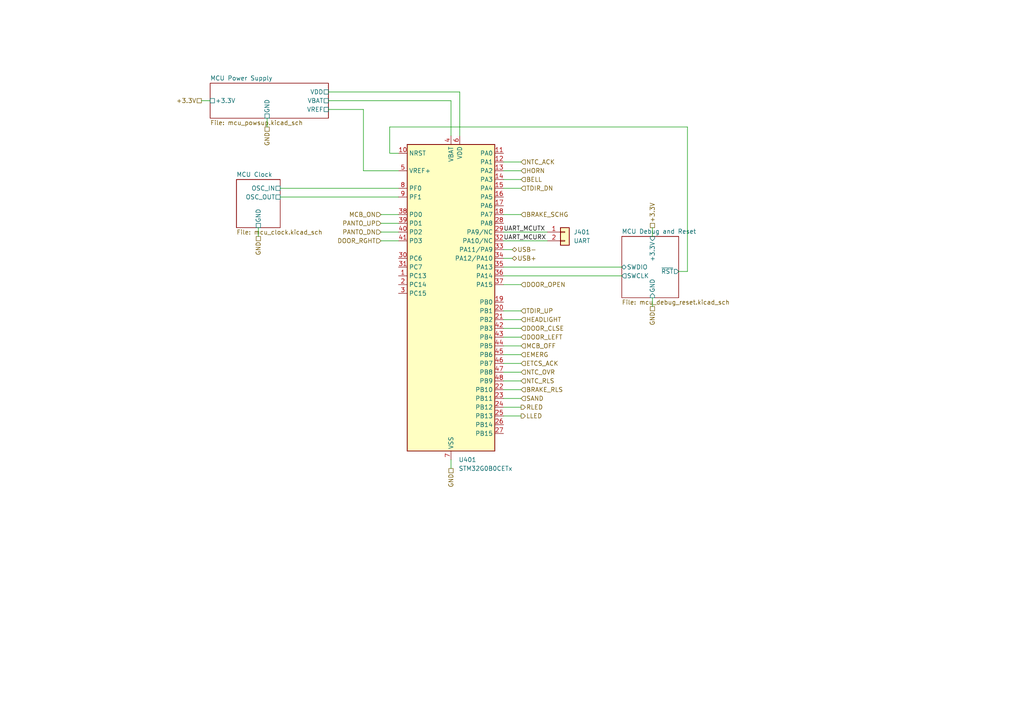
<source format=kicad_sch>
(kicad_sch (version 20231120) (generator "eeschema") (generator_version "8.0")
  (paper "A4")
  (lib_symbols
    (symbol "Connector_Generic:Conn_01x02" (pin_names (offset 1.016) hide)
      (property "Reference" "J" (at 0 2.54 0))
      (property "Value" "Conn_01x02" (at 0 -5.08 0))
      (symbol "Conn_01x02_1_1"
        (rectangle (start -1.27 -2.413) (end 0 -2.667) (stroke (width 0.1524)))
        (rectangle (start -1.27 0.127) (end 0 -0.127) (stroke (width 0.1524)))
        (rectangle (start -1.27 1.27) (end 1.27 -3.81) (stroke (width 0.254)) (fill (type background)))
        (pin passive line (at -5.08 0 0) (length 3.81) (name "Pin_1") (number "1"))
        (pin passive line (at -5.08 -2.54 0) (length 3.81) (name "Pin_2") (number "2"))
      )
    )
    (symbol "MCU_ST_STM32G0:STM32G0B0CETx"
      (property "Reference" "U" (at -12.7 46.99 0))
      (property "Value" "STM32G0B0CETx" (at 5.08 46.99 0))
      (symbol "STM32G0B0CETx_0_1"
        (rectangle (start -12.7 -43.18) (end 12.7 45.72) (stroke (width 0.254)) (fill (type background)))
      )
      (symbol "STM32G0B0CETx_1_1"
        (pin bidirectional line (at -15.24 7.62 0) (length 2.54) (name "PC13") (number "1"))
        (pin input line (at -15.24 43.18 0) (length 2.54) (name "NRST") (number "10"))
        (pin bidirectional line (at 15.24 43.18 180) (length 2.54) (name "PA0") (number "11"))
        (pin bidirectional line (at 15.24 40.64 180) (length 2.54) (name "PA1") (number "12"))
        (pin bidirectional line (at 15.24 38.1 180) (length 2.54) (name "PA2") (number "13"))
        (pin bidirectional line (at 15.24 35.56 180) (length 2.54) (name "PA3") (number "14"))
        (pin bidirectional line (at 15.24 33.02 180) (length 2.54) (name "PA4") (number "15"))
        (pin bidirectional line (at 15.24 30.48 180) (length 2.54) (name "PA5") (number "16"))
        (pin bidirectional line (at 15.24 27.94 180) (length 2.54) (name "PA6") (number "17"))
        (pin bidirectional line (at 15.24 25.4 180) (length 2.54) (name "PA7") (number "18"))
        (pin bidirectional line (at 15.24 0 180) (length 2.54) (name "PB0") (number "19"))
        (pin bidirectional line (at -15.24 5.08 0) (length 2.54) (name "PC14") (number "2"))
        (pin bidirectional line (at 15.24 -2.54 180) (length 2.54) (name "PB1") (number "20"))
        (pin bidirectional line (at 15.24 -5.08 180) (length 2.54) (name "PB2") (number "21"))
        (pin bidirectional line (at 15.24 -25.4 180) (length 2.54) (name "PB10") (number "22"))
        (pin bidirectional line (at 15.24 -27.94 180) (length 2.54) (name "PB11") (number "23"))
        (pin bidirectional line (at 15.24 -30.48 180) (length 2.54) (name "PB12") (number "24"))
        (pin bidirectional line (at 15.24 -33.02 180) (length 2.54) (name "PB13") (number "25"))
        (pin bidirectional line (at 15.24 -35.56 180) (length 2.54) (name "PB14") (number "26"))
        (pin bidirectional line (at 15.24 -38.1 180) (length 2.54) (name "PB15") (number "27"))
        (pin bidirectional line (at 15.24 22.86 180) (length 2.54) (name "PA8") (number "28"))
        (pin bidirectional line (at 15.24 20.32 180) (length 2.54) (name "PA9/NC") (number "29"))
        (pin bidirectional line (at -15.24 2.54 0) (length 2.54) (name "PC15") (number "3"))
        (pin bidirectional line (at -15.24 12.7 0) (length 2.54) (name "PC6") (number "30"))
        (pin bidirectional line (at -15.24 10.16 0) (length 2.54) (name "PC7") (number "31"))
        (pin bidirectional line (at 15.24 17.78 180) (length 2.54) (name "PA10/NC") (number "32"))
        (pin bidirectional line (at 15.24 15.24 180) (length 2.54) (name "PA11/PA9") (number "33"))
        (pin bidirectional line (at 15.24 12.7 180) (length 2.54) (name "PA12/PA10") (number "34"))
        (pin bidirectional line (at 15.24 10.16 180) (length 2.54) (name "PA13") (number "35"))
        (pin bidirectional line (at 15.24 7.62 180) (length 2.54) (name "PA14") (number "36"))
        (pin bidirectional line (at 15.24 5.08 180) (length 2.54) (name "PA15") (number "37"))
        (pin bidirectional line (at -15.24 25.4 0) (length 2.54) (name "PD0") (number "38"))
        (pin bidirectional line (at -15.24 22.86 0) (length 2.54) (name "PD1") (number "39"))
        (pin power_in line (at 0 48.26 270) (length 2.54) (name "VBAT") (number "4"))
        (pin bidirectional line (at -15.24 20.32 0) (length 2.54) (name "PD2") (number "40"))
        (pin bidirectional line (at -15.24 17.78 0) (length 2.54) (name "PD3") (number "41"))
        (pin bidirectional line (at 15.24 -7.62 180) (length 2.54) (name "PB3") (number "42"))
        (pin bidirectional line (at 15.24 -10.16 180) (length 2.54) (name "PB4") (number "43"))
        (pin bidirectional line (at 15.24 -12.7 180) (length 2.54) (name "PB5") (number "44"))
        (pin bidirectional line (at 15.24 -15.24 180) (length 2.54) (name "PB6") (number "45"))
        (pin bidirectional line (at 15.24 -17.78 180) (length 2.54) (name "PB7") (number "46"))
        (pin bidirectional line (at 15.24 -20.32 180) (length 2.54) (name "PB8") (number "47"))
        (pin bidirectional line (at 15.24 -22.86 180) (length 2.54) (name "PB9") (number "48"))
        (pin input line (at -15.24 38.1 0) (length 2.54) (name "VREF+") (number "5"))
        (pin power_in line (at 2.54 48.26 270) (length 2.54) (name "VDD") (number "6"))
        (pin power_in line (at 0 -45.72 90) (length 2.54) (name "VSS") (number "7"))
        (pin bidirectional line (at -15.24 33.02 0) (length 2.54) (name "PF0") (number "8"))
        (pin bidirectional line (at -15.24 30.48 0) (length 2.54) (name "PF1") (number "9"))
      )
    )
  )
  (wire (pts (xy 110.49 62.23) (xy 115.57 62.23)))
  (wire (pts (xy 115.57 49.53) (xy 105.41 49.53)))
  (wire (pts (xy 58.42 29.21) (xy 60.96 29.21)))
  (wire (pts (xy 146.05 52.07) (xy 151.13 52.07)))
  (wire (pts (xy 146.05 74.93) (xy 148.59 74.93)))
  (wire (pts (xy 133.35 26.67) (xy 133.35 39.37)))
  (wire (pts (xy 146.05 46.99) (xy 151.13 46.99)))
  (wire (pts (xy 81.28 54.61) (xy 115.57 54.61)))
  (wire (pts (xy 110.49 69.85) (xy 115.57 69.85)))
  (wire (pts (xy 146.05 54.61) (xy 151.13 54.61)))
  (wire (pts (xy 146.05 80.01) (xy 180.34 80.01)))
  (wire (pts (xy 130.81 133.35) (xy 130.81 135.89)))
  (wire (pts (xy 113.03 44.45) (xy 113.03 36.83)))
  (wire (pts (xy 115.57 44.45) (xy 113.03 44.45)))
  (wire (pts (xy 105.41 49.53) (xy 105.41 31.75)))
  (wire (pts (xy 146.05 118.11) (xy 151.13 118.11)))
  (wire (pts (xy 146.05 107.95) (xy 151.13 107.95)))
  (wire (pts (xy 146.05 92.71) (xy 151.13 92.71)))
  (wire (pts (xy 189.23 86.36) (xy 189.23 88.9)))
  (wire (pts (xy 146.05 120.65) (xy 151.13 120.65)))
  (wire (pts (xy 146.05 49.53) (xy 151.13 49.53)))
  (wire (pts (xy 146.05 110.49) (xy 151.13 110.49)))
  (wire (pts (xy 77.47 34.29) (xy 77.47 36.83)))
  (wire (pts (xy 95.25 26.67) (xy 133.35 26.67)))
  (wire (pts (xy 81.28 57.15) (xy 115.57 57.15)))
  (wire (pts (xy 110.49 67.31) (xy 115.57 67.31)))
  (wire (pts (xy 146.05 82.55) (xy 151.13 82.55)))
  (wire (pts (xy 110.49 64.77) (xy 115.57 64.77)))
  (wire (pts (xy 146.05 77.47) (xy 180.34 77.47)))
  (wire (pts (xy 189.23 66.04) (xy 189.23 68.58)))
  (wire (pts (xy 146.05 67.31) (xy 158.75 67.31)))
  (wire (pts (xy 146.05 102.87) (xy 151.13 102.87)))
  (wire (pts (xy 146.05 62.23) (xy 151.13 62.23)))
  (wire (pts (xy 196.85 78.74) (xy 199.39 78.74)))
  (wire (pts (xy 130.81 29.21) (xy 95.25 29.21)))
  (wire (pts (xy 130.81 39.37) (xy 130.81 29.21)))
  (wire (pts (xy 146.05 97.79) (xy 151.13 97.79)))
  (wire (pts (xy 146.05 100.33) (xy 151.13 100.33)))
  (wire (pts (xy 199.39 36.83) (xy 199.39 78.74)))
  (wire (pts (xy 146.05 95.25) (xy 151.13 95.25)))
  (wire (pts (xy 146.05 90.17) (xy 151.13 90.17)))
  (wire (pts (xy 105.41 31.75) (xy 95.25 31.75)))
  (wire (pts (xy 146.05 69.85) (xy 158.75 69.85)))
  (wire (pts (xy 113.03 36.83) (xy 199.39 36.83)))
  (wire (pts (xy 74.93 66.04) (xy 74.93 68.58)))
  (wire (pts (xy 146.05 105.41) (xy 151.13 105.41)))
  (wire (pts (xy 146.05 115.57) (xy 151.13 115.57)))
  (wire (pts (xy 146.05 72.39) (xy 148.59 72.39)))
  (wire (pts (xy 146.05 113.03) (xy 151.13 113.03)))
  (label "UART_MCUTX" (at 146.05 67.31 0))
  (label "UART_MCURX" (at 146.05 69.85 0))
  (hierarchical_label "GND" (shape passive) (at 189.23 88.9 270))
  (hierarchical_label "DOOR_OPEN" (shape input) (at 151.13 82.55 0))
  (hierarchical_label "+3.3V" (shape passive) (at 189.23 66.04 90))
  (hierarchical_label "PANTO_DN" (shape input) (at 110.49 67.31 180))
  (hierarchical_label "NTC_ACK" (shape input) (at 151.13 46.99 0))
  (hierarchical_label "NTC_RLS" (shape input) (at 151.13 110.49 0))
  (hierarchical_label "DOOR_LEFT" (shape input) (at 151.13 97.79 0))
  (hierarchical_label "BRAKE_RLS" (shape input) (at 151.13 113.03 0))
  (hierarchical_label "HORN" (shape input) (at 151.13 49.53 0))
  (hierarchical_label "+3.3V" (shape passive) (at 58.42 29.21 180))
  (hierarchical_label "USB+" (shape bidirectional) (at 148.59 74.93 0))
  (hierarchical_label "SAND" (shape input) (at 151.13 115.57 0))
  (hierarchical_label "ETCS_ACK" (shape input) (at 151.13 105.41 0))
  (hierarchical_label "USB-" (shape bidirectional) (at 148.59 72.39 0))
  (hierarchical_label "GND" (shape passive) (at 77.47 36.83 270))
  (hierarchical_label "GND" (shape passive) (at 130.81 135.89 270))
  (hierarchical_label "DOOR_CLSE" (shape input) (at 151.13 95.25 0))
  (hierarchical_label "NTC_OVR" (shape input) (at 151.13 107.95 0))
  (hierarchical_label "PANTO_UP" (shape input) (at 110.49 64.77 180))
  (hierarchical_label "TDIR_UP" (shape input) (at 151.13 90.17 0))
  (hierarchical_label "DOOR_RGHT" (shape input) (at 110.49 69.85 180))
  (hierarchical_label "MCB_ON" (shape input) (at 110.49 62.23 180))
  (hierarchical_label "BELL" (shape input) (at 151.13 52.07 0))
  (hierarchical_label "EMERG" (shape input) (at 151.13 102.87 0))
  (hierarchical_label "GND" (shape passive) (at 74.93 68.58 270))
  (hierarchical_label "MCB_OFF" (shape input) (at 151.13 100.33 0))
  (hierarchical_label "BRAKE_SCHG" (shape input) (at 151.13 62.23 0))
  (hierarchical_label "LLED" (shape output) (at 151.13 120.65 0))
  (hierarchical_label "TDIR_DN" (shape input) (at 151.13 54.61 0))
  (hierarchical_label "RLED" (shape output) (at 151.13 118.11 0))
  (hierarchical_label "HEADLIGHT" (shape input) (at 151.13 92.71 0))
  (symbol (lib_id "Connector_Generic:Conn_01x02") (at 163.83 67.31 0) (unit 1)
    (property "Reference" "J401" (at 166.37 67.3099 0) (effects (justify left)))
    (property "Value" "UART" (at 166.37 69.8499 0) (effects (justify left)))
    (property "Footprint" "Connector_PinHeader_2.54mm:PinHeader_2x01_P2.54mm_Vertical_SMD" (effects (hide yes)))
    (property "Description" "Generic connector, single row, 01x02, script generated (kicad-library-utils/schlib/autogen/connector/)" (effects (hide yes)))
    (property "LCSC" "C2883176" (effects (hide yes)))
  )
  (symbol (lib_id "MCU_ST_STM32G0:STM32G0B0CETx") (at 130.81 87.63 0) (unit 1)
    (property "Reference" "U401" (at 133.0041 133.35 0) (effects (justify left)))
    (property "Value" "STM32G0B0CETx" (at 133.0041 135.89 0) (effects (justify left)))
    (property "Footprint" "Package_QFP:LQFP-48_7x7mm_P0.5mm" (effects (hide yes)))
    (property "Datasheet" "https://www.st.com/resource/en/datasheet/stm32g0b0ce.pdf" (effects (hide yes)))
    (property "Description" "STMicroelectronics Arm Cortex-M0+ MCU, 512KB flash, 144KB RAM, 64 MHz, 2.0-3.6V, 43 GPIO, LQFP48" (effects (hide yes)))
    (property "LCSC" "C2826978" (effects (hide yes)))
  )
  (sheet (at 68.58 52.07) (size 12.7 13.97) (stroke (width 0.1524))
    (property "Sheetname" "MCU Clock" (at 68.58 51.3584 0) (effects (justify left bottom)))
    (property "Sheetfile" "mcu_clock.kicad_sch" (at 68.58 66.6246 0) (effects (justify left top)))
    (pin "OSC_IN" passive (at 81.28 54.61 0))
    (pin "OSC_OUT" passive (at 81.28 57.15 0))
    (pin "GND" passive (at 74.93 66.04 270))
  )
  (sheet (at 60.96 24.13) (size 34.29 10.16) (stroke (width 0.1524))
    (property "Sheetname" "MCU Power Supply" (at 60.96 23.4184 0) (effects (justify left bottom)))
    (property "Sheetfile" "mcu_powsup.kicad_sch" (at 60.96 34.8746 0) (effects (justify left top)))
    (pin "+3.3V" passive (at 60.96 29.21 180))
    (pin "GND" passive (at 77.47 34.29 270))
    (pin "VDD" passive (at 95.25 26.67 0))
    (pin "VBAT" passive (at 95.25 29.21 0))
    (pin "VREF" passive (at 95.25 31.75 0))
  )
  (sheet (at 180.34 68.58) (size 16.51 17.78) (stroke (width 0.1524))
    (property "Sheetname" "MCU Debug and Reset" (at 180.34 67.8684 0) (effects (justify left bottom)))
    (property "Sheetfile" "mcu_debug_reset.kicad_sch" (at 180.34 86.9446 0) (effects (justify left top)))
    (pin "SWCLK" output (at 180.34 80.01 180))
    (pin "SWDIO" bidirectional (at 180.34 77.47 180))
    (pin "GND" input (at 189.23 86.36 270))
    (pin "+3.3V" input (at 189.23 68.58 90))
    (pin "~{RST}" output (at 196.85 78.74 0))
  )
)
</source>
